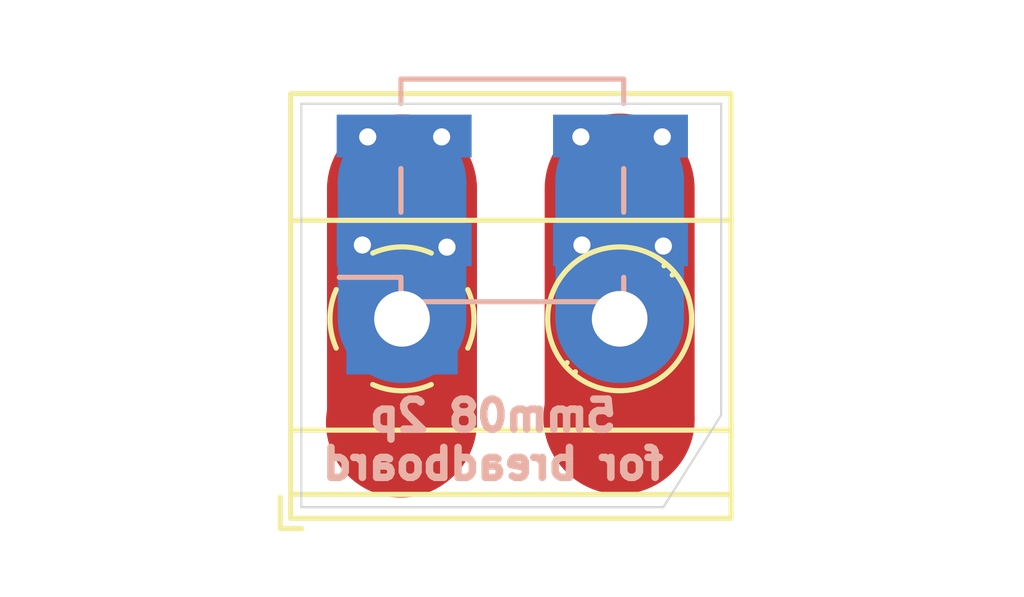
<source format=kicad_pcb>
(kicad_pcb (version 20211014) (generator pcbnew)
  (layers (0 "F.Cu" signal) (31 "B.Cu" signal) (34 "B.Paste" user) (35 "F.Paste" user) (36 "B.SilkS" user "B.Silkscreen") (37 "F.SilkS" user "F.Silkscreen") (38 "B.Mask" user) (39 "F.Mask" user) (44 "Edge.Cuts" user))
  (net 0 "")
  (net 1 "Net-(J1-Pad2)")
  (net 2 "Net-(J1-Pad1)")
  (footprint "TerminalBlock_Phoenix:TerminalBlock_Phoenix_MKDS-1,5-2-5.08_1x02_P5.08mm_Horizontal" (layer "F.Cu") (at 144.25 65.1)
    (fp_text reference "J1" hide)
    (fp_text value "Conn_01x02")
    (fp_line (start -2.6 -5.261) (end 7.68 -5.261) (layer "F.SilkS") (width 0.12))
    (fp_line (start -2.6 -5.261) (end -2.6 4.66) (layer "F.SilkS") (width 0.12))
    (fp_line (start 6.15 -1.275) (end 6.115 -1.239) (layer "F.SilkS") (width 0.12))
    (fp_line (start -2.6 4.66) (end 7.68 4.66) (layer "F.SilkS") (width 0.12))
    (fp_line (start 6.355 -1.069) (end 6.308 -1.023) (layer "F.SilkS") (width 0.12))
    (fp_line (start -2.84 4.16) (end -2.84 4.9) (layer "F.SilkS") (width 0.12))
    (fp_line (start -2.6 -2.301) (end 7.68 -2.301) (layer "F.SilkS") (width 0.12))
    (fp_line (start -2.6 4.1) (end 7.68 4.1) (layer "F.SilkS") (width 0.12))
    (fp_line (start 4.046 1.239) (end 4.011 1.274) (layer "F.SilkS") (width 0.12))
    (fp_line (start 3.853 1.023) (end 3.806 1.069) (layer "F.SilkS") (width 0.12))
    (fp_line (start -2.6 2.6) (end 7.68 2.6) (layer "F.SilkS") (width 0.12))
    (fp_line (start 7.68 -5.261) (end 7.68 4.66) (layer "F.SilkS") (width 0.12))
    (fp_line (start -2.84 4.9) (end -2.34 4.9) (layer "F.SilkS") (width 0.12))
    (fp_arc (start 1.535427 -0.683042) (mid 1.680501 0.000524) (end 1.535 0.684) (layer "F.SilkS") (width 0.12))
    (fp_arc (start 0.028805 1.680253) (mid -0.335551 1.646659) (end -0.684 1.535) (layer "F.SilkS") (width 0.12))
    (fp_arc (start -0.683042 -1.535427) (mid 0.000524 -1.680501) (end 0.684 -1.535) (layer "F.SilkS") (width 0.12))
    (fp_arc (start -1.535427 0.683042) (mid -1.680501 -0.000524) (end -1.535 -0.684) (layer "F.SilkS") (width 0.12))
    (fp_arc (start 0.683318 1.534756) (mid 0.349292 1.643288) (end 0 1.68) (layer "F.SilkS") (width 0.12))
    (fp_circle (center 5.08 0) (end 6.76 0) (layer "F.SilkS") (width 0.12) (fill none))
    (pad "1" thru_hole rect locked (at 0 0) (size 2.6 2.6) (drill 1.3) (layers *.Cu *.Mask) (net 2 "Net-(J1-Pad1)"))
    (pad "2" thru_hole circle locked (at 5.08 0) (size 2.6 2.6) (drill 1.3) (layers *.Cu *.Mask) (net 1 "Net-(J1-Pad2)"))
  )
  (footprint "Connector_PinHeader_2.54mm:PinHeader_2x02_P2.54mm_Vertical_SMD" (layer "B.Cu") (at 146.825 62.1)
    (fp_text reference "J2" hide)
    (fp_text value "Conn_02x02_Counter_Clockwise")
    (fp_line (start -2.6 -2.03) (end -2.6 -2.6) (layer "B.SilkS") (width 0.12))
    (fp_line (start -2.6 -2.6) (end 2.6 -2.6) (layer "B.SilkS") (width 0.12))
    (fp_line (start 2.6 -2.03) (end 2.6 -2.6) (layer "B.SilkS") (width 0.12))
    (fp_line (start 2.6 0.51) (end 2.6 -0.51) (layer "B.SilkS") (width 0.12))
    (fp_line (start -2.6 2.6) (end 2.6 2.6) (layer "B.SilkS") (width 0.12))
    (fp_line (start -2.6 2.6) (end -2.6 2.03) (layer "B.SilkS") (width 0.12))
    (fp_line (start 2.6 2.6) (end 2.6 2.03) (layer "B.SilkS") (width 0.12))
    (fp_line (start -2.6 0.51) (end -2.6 -0.51) (layer "B.SilkS") (width 0.12))
    (fp_line (start -4.04 2.03) (end -2.6 2.03) (layer "B.SilkS") (width 0.12))
    (pad "1" smd rect locked (at -2.525 1.27) (size 3.15 1) (layers "B.Cu" "B.Paste" "B.Mask") (net 2 "Net-(J1-Pad1)"))
    (pad "2" smd rect locked (at 2.525 1.27) (size 3.15 1) (layers "B.Cu" "B.Paste" "B.Mask") (net 1 "Net-(J1-Pad2)"))
    (pad "3" smd rect locked (at -2.525 -1.27) (size 3.15 1) (layers "B.Cu" "B.Paste" "B.Mask") (net 2 "Net-(J1-Pad1)"))
    (pad "4" smd rect locked (at 2.525 -1.27) (size 3.15 1) (layers "B.Cu" "B.Paste" "B.Mask") (net 1 "Net-(J1-Pad2)"))
  )
  (gr_line (start 141.9 69.5) (end 150.35 69.5) (layer "Edge.Cuts") (width 0.05))
  (gr_line (start 151.7 60.075) (end 141.9 60.075) (layer "Edge.Cuts") (width 0.05))
  (gr_line (start 141.9 60.075) (end 141.9 69.5) (layer "Edge.Cuts") (width 0.05))
  (gr_line (start 150.35 69.5) (end 151.7 67.35) (layer "Edge.Cuts") (width 0.05))
  (gr_line (start 151.7 67.35) (end 151.7 60.075) (layer "Edge.Cuts") (width 0.05))
  (gr_text "5mm08 2p\nfor breadboard" (at 146.375 67.925) (layer "B.SilkS") (effects (font (size 0.7 0.7) (thickness 0.175)) (justify mirror)))
  (segment (start 149.33 65.1) (end 149.33 62.05501) (width 3.5) (layer "F.Cu") (net 1))
  (segment (start 149.33 67.44499) (end 149.3 67.41499) (width 3.5) (layer "F.Cu") (net 1))
  (segment (start 149.33 65.1) (end 149.33 67.44499) (width 3.5) (layer "F.Cu") (net 1))
  (via (at 150.35 63.4) (size 0.8) (drill 0.4) (layers "F.Cu" "B.Cu") (net 1))
  (via (at 148.425 60.85) (size 0.8) (drill 0.4) (layers "F.Cu" "B.Cu") (net 1))
  (via (at 150.325 60.85) (size 0.8) (drill 0.4) (layers "F.Cu" "B.Cu") (net 1))
  (via (at 148.45 63.375) (size 0.8) (drill 0.4) (layers "F.Cu" "B.Cu") (net 1))
  (segment (start 149.33 61.88) (end 149.33 61.88) (width 3) (layer "B.Cu") (net 1))
  (segment (start 149.33 62.87) (end 149.33 61.88) (width 3) (layer "B.Cu") (net 1))
  (segment (start 149.33 65.1) (end 149.33 62.87) (width 3) (layer "B.Cu") (net 1))
  (segment (start 144.25 67.5) (end 144.22501 67.52499) (width 3.5) (layer "F.Cu") (net 2))
  (segment (start 144.25 62.075) (end 144.25 67.5) (width 3.5) (layer "F.Cu") (net 2))
  (segment (start 144.25 65.1) (end 144.25 62.075) (width 3.5) (layer "F.Cu") (net 2))
  (via (at 145.3 63.425) (size 0.8) (drill 0.4) (layers "F.Cu" "B.Cu") (net 2))
  (via (at 143.325 63.375) (size 0.8) (drill 0.4) (layers "F.Cu" "B.Cu") (net 2))
  (via (at 143.45 60.85) (size 0.8) (drill 0.4) (layers "F.Cu" "B.Cu") (net 2))
  (via (at 145.175 60.85) (size 0.8) (drill 0.4) (layers "F.Cu" "B.Cu") (net 2))
  (segment (start 144.25 61.925) (end 144.25 61.925) (width 3) (layer "B.Cu") (net 2))
  (segment (start 144.25 62.975) (end 144.25 61.925) (width 3) (layer "B.Cu") (net 2))
  (segment (start 144.25 65.1) (end 144.25 62.975) (width 3) (layer "B.Cu") (net 2))
)
</source>
